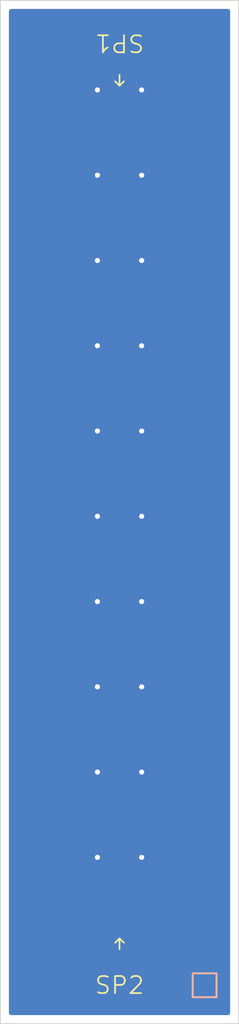
<source format=kicad_pcb>
(kicad_pcb (version 20240108) (generator "pcbnew") (generator_version "8.0")
  (layers (0 "F.Cu" signal) (31 "B.Cu" signal) (34 "B.Paste" user) (35 "F.Paste" user) (36 "B.SilkS" user "B.Silkscreen") (37 "F.SilkS" user "F.Silkscreen") (38 "B.Mask" user) (39 "F.Mask" user) (44 "Edge.Cuts" user))
  (net 0 "")
  (net 1 "GND")
  (footprint "SRS_sim:Simulation_Port" (layer "F.Cu") (at 150 60 180)
    (property "Reference" "SP1" (at 0 2.5 180) (layer "F.SilkS") (effects (font (thickness 0.1))))
    (property "Value" "Simulation_Port" (hide yes))
    (fp_line (start 0 0) (end 0.254 0.254) (stroke (width 0.1)) (layer "F.SilkS"))
    (fp_line (start 0 0) (end 0 0.635) (stroke (width 0.1)) (layer "F.SilkS"))
    (fp_line (start 0 0) (end -0.254 0.254) (stroke (width 0.1)) (layer "F.SilkS"))
  )
  (footprint "SRS_sim:Simulation_Port" (layer "F.Cu") (at 150 110)
    (property "Reference" "SP2" (at 0 2.75 0) (layer "F.SilkS") (effects (font (thickness 0.1))))
    (property "Value" "Simulation_Port" (hide yes))
    (fp_line (start 0 0) (end -0.254 0.254) (stroke (width 0.1)) (layer "F.SilkS"))
    (fp_line (start 0 0) (end 0 0.635) (stroke (width 0.1)) (layer "F.SilkS"))
    (fp_line (start 0 0) (end 0.254 0.254) (stroke (width 0.1)) (layer "F.SilkS"))
  )
  (footprint "TestPoint:TestPoint_Pad_1.0x1.0mm" (layer "B.Cu") (at 155 112.75 180)
    (property "Reference" "TP101" (hide yes))
    (property "Value" "TestPoint" (hide yes))
    (fp_line (start 0.7 0.7) (end -0.7 0.7) (stroke (width 0.12)) (layer "B.SilkS"))
    (fp_line (start 0.7 -0.7) (end 0.7 0.7) (stroke (width 0.12)) (layer "B.SilkS"))
    (fp_line (start -0.7 0.7) (end -0.7 -0.7) (stroke (width 0.12)) (layer "B.SilkS"))
    (fp_line (start -0.7 -0.7) (end 0.7 -0.7) (stroke (width 0.12)) (layer "B.SilkS"))
    (pad "1" smd rect (at 0 0 180) (size 1 1) (layers "B.Cu" "B.Mask") (net 1 "GND"))
  )
  (gr_rect (start 143 55) (end 157 115) (stroke (width 0.05)) (fill none) (layer "Edge.Cuts"))
  (via (at 148.7 60.25) (size 0.6) (drill 0.3) (layers "F.Cu" "B.Cu") (net 1))
  (via (at 148.7 105.25) (size 0.6) (drill 0.3) (layers "F.Cu" "B.Cu") (net 1))
  (via (at 151.3 65.25) (size 0.6) (drill 0.3) (layers "F.Cu" "B.Cu") (net 1))
  (via (at 151.3 105.25) (size 0.6) (drill 0.3) (layers "F.Cu" "B.Cu") (net 1))
  (via (at 148.7 75.25) (size 0.6) (drill 0.3) (layers "F.Cu" "B.Cu") (net 1))
  (via (at 148.7 90.25) (size 0.6) (drill 0.3) (layers "F.Cu" "B.Cu") (net 1))
  (via (at 148.7 85.25) (size 0.6) (drill 0.3) (layers "F.Cu" "B.Cu") (net 1))
  (via (at 151.3 100.25) (size 0.6) (drill 0.3) (layers "F.Cu" "B.Cu") (net 1))
  (via (at 148.7 100.25) (size 0.6) (drill 0.3) (layers "F.Cu" "B.Cu") (net 1))
  (via (at 148.7 80.25) (size 0.6) (drill 0.3) (layers "F.Cu" "B.Cu") (net 1))
  (via (at 151.3 95.25) (size 0.6) (drill 0.3) (layers "F.Cu" "B.Cu") (net 1))
  (via (at 151.3 90.25) (size 0.6) (drill 0.3) (layers "F.Cu" "B.Cu") (net 1))
  (via (at 151.3 80.25) (size 0.6) (drill 0.3) (layers "F.Cu" "B.Cu") (net 1))
  (via (at 148.7 70.25) (size 0.6) (drill 0.3) (layers "F.Cu" "B.Cu") (net 1))
  (via (at 151.3 60.25) (size 0.6) (drill 0.3) (layers "F.Cu" "B.Cu") (net 1))
  (via (at 151.3 70.25) (size 0.6) (drill 0.3) (layers "F.Cu" "B.Cu") (net 1))
  (via (at 151.3 75.25) (size 0.6) (drill 0.3) (layers "F.Cu" "B.Cu") (net 1))
  (via (at 151.3 85.25) (size 0.6) (drill 0.3) (layers "F.Cu" "B.Cu") (net 1))
  (via (at 148.7 95.25) (size 0.6) (drill 0.3) (layers "F.Cu" "B.Cu") (net 1))
  (via (at 148.7 65.25) (size 0.6) (drill 0.3) (layers "F.Cu" "B.Cu") (net 1))
  (zone (net 0) (net_name "") (layer "F.Cu") (priority 1) (connect_pads (clearance 0.3556)) (min_thickness 0.25) (fill yes (thermal_gap 0.5) (thermal_bridge_width 0.5) (island_removal_mode 1) (island_area_min 10))
    (polygon (pts (xy 149.365 60) (xy 150.635 60) (xy 150.635 110) (xy 149.365 110)))
  )
  (zone (net 1) (net_name "GND") (layers "F&B.Cu") (connect_pads yes (clearance 0.3556)) (min_thickness 0.25) (fill yes (thermal_gap 0.5) (thermal_bridge_width 0.5) (island_removal_mode 1) (island_area_min 10))
    (polygon (pts (xy 143 115) (xy 157 115) (xy 157 55) (xy 143 55)))
  )
)
</source>
